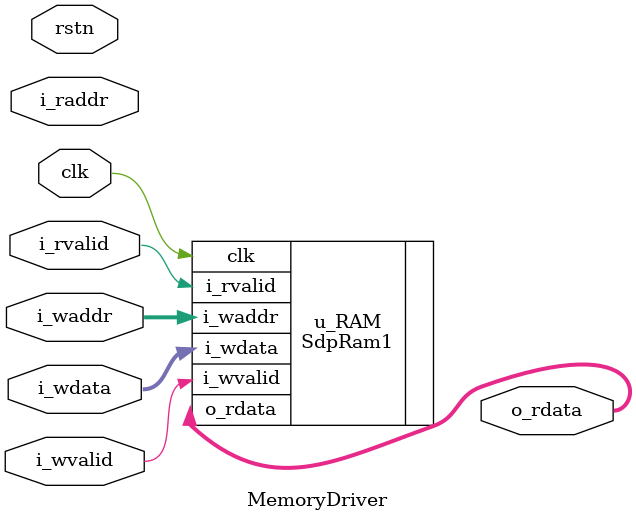
<source format=sv>

`default_nettype none

module MemoryDriver # (
  parameter int BLEN = 8,
  parameter int WLEN = 4,
  parameter int DLEN = BLEN * WLEN,
  parameter int MLEN = 1024,
  parameter int ALEN = $clog2(MLEN)
)(
  input var                     clk,
  input var                     rstn,

  input var                     i_wvalid,
  input var         [ALEN-1:0]  i_waddr,
  input var         [DLEN-1:0]  i_wdata,

  input var                     i_rvalid,
  input var         [ALEN-1:0]  i_raddr,
  output var logic  [DLEN-1:0]  o_rdata
);


SdpRam1 # (
  .BLEN (BLEN),
  .WLEN (WLEN),
  .MLEN (MLEN)
) u_RAM (
  .clk    (clk),
  .i_wvalid (i_wvalid),
  .i_waddr  (i_waddr),
  .i_wdata  (i_wdata),
  .i_rvalid (i_rvalid),
  .i_waddr  (i_waddr),
  .o_rdata  (o_rdata)
);


endmodule

</source>
